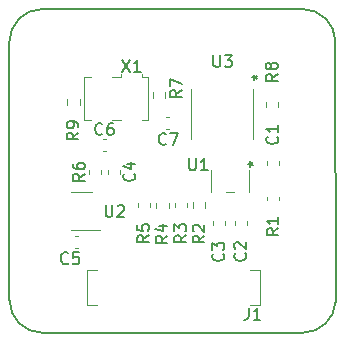
<source format=gbr>
%TF.GenerationSoftware,KiCad,Pcbnew,5.1.12-84ad8e8a86~92~ubuntu18.04.1*%
%TF.CreationDate,2024-08-09T12:32:27+07:00*%
%TF.ProjectId,framos_FSM_IMX_2LANE_Jetson_Adapter,6672616d-6f73-45f4-9653-4d5f494d585f,rev?*%
%TF.SameCoordinates,Original*%
%TF.FileFunction,Legend,Top*%
%TF.FilePolarity,Positive*%
%FSLAX46Y46*%
G04 Gerber Fmt 4.6, Leading zero omitted, Abs format (unit mm)*
G04 Created by KiCad (PCBNEW 5.1.12-84ad8e8a86~92~ubuntu18.04.1) date 2024-08-09 12:32:27*
%MOMM*%
%LPD*%
G01*
G04 APERTURE LIST*
%TA.AperFunction,Profile*%
%ADD10C,0.200000*%
%TD*%
%ADD11C,0.120000*%
%ADD12C,0.100000*%
%ADD13C,0.150000*%
G04 APERTURE END LIST*
D10*
X136475000Y-52525000D02*
X136493537Y-74564288D01*
X136493537Y-74564288D02*
G75*
G02*
X133725000Y-77150000I-2768537J189288D01*
G01*
X111650000Y-77150000D02*
G75*
G02*
X108875000Y-74375000I0J2775000D01*
G01*
X133700000Y-49750000D02*
G75*
G02*
X136475000Y-52525000I0J-2775000D01*
G01*
X108875000Y-52525000D02*
G75*
G02*
X111650000Y-49750000I2775000J0D01*
G01*
X108875000Y-74375000D02*
X108875000Y-52525000D01*
X133725000Y-77150000D02*
X111650000Y-77150000D01*
X111650000Y-49750000D02*
X133700000Y-49750000D01*
D11*
%TO.C,U1*%
X125973840Y-63350140D02*
X125973840Y-65204340D01*
X127185379Y-65204340D02*
X127911901Y-65204340D01*
X129123440Y-65204340D02*
X129123440Y-63350140D01*
%TO.C,R9*%
X113787660Y-57851578D02*
X113787660Y-57377062D01*
X114832660Y-57851578D02*
X114832660Y-57377062D01*
%TO.C,U3*%
X129522220Y-60728860D02*
X129522220Y-56487060D01*
X124264420Y-56487060D02*
X124264420Y-60728860D01*
%TO.C,C4*%
X117183440Y-63688179D02*
X117183440Y-63362621D01*
X118203440Y-63688179D02*
X118203440Y-63362621D01*
%TO.C,C6*%
X116763581Y-61764640D02*
X117089139Y-61764640D01*
X116763581Y-60744640D02*
X117089139Y-60744640D01*
%TO.C,R6*%
X116648960Y-63362621D02*
X116648960Y-63688179D01*
X115628960Y-63362621D02*
X115628960Y-63688179D01*
%TO.C,R4*%
X122345980Y-66132942D02*
X122345980Y-66607458D01*
X121300980Y-66132942D02*
X121300980Y-66607458D01*
%TO.C,R3*%
X123898120Y-66517739D02*
X123898120Y-66192181D01*
X122878120Y-66517739D02*
X122878120Y-66192181D01*
%TO.C,R8*%
X130612620Y-58078138D02*
X130612620Y-57603622D01*
X131657620Y-58078138D02*
X131657620Y-57603622D01*
%TO.C,R2*%
X124425180Y-66582058D02*
X124425180Y-66107542D01*
X125470180Y-66582058D02*
X125470180Y-66107542D01*
%TO.C,R7*%
X122036100Y-56816222D02*
X122036100Y-57290738D01*
X120991100Y-56816222D02*
X120991100Y-57290738D01*
%TO.C,C7*%
X122140100Y-58870120D02*
X122421260Y-58870120D01*
X122140100Y-59890120D02*
X122421260Y-59890120D01*
D12*
%TO.C,J1*%
X129250000Y-74850000D02*
X130050000Y-74820000D01*
X130050000Y-74820000D02*
X130050000Y-71850000D01*
X130050000Y-71850000D02*
X129250000Y-71880000D01*
X116250000Y-74820000D02*
X115450000Y-74820000D01*
X115450000Y-74820000D02*
X115450000Y-71880000D01*
X115450000Y-71880000D02*
X116250000Y-71880000D01*
D11*
%TO.C,C2*%
X127973360Y-67716281D02*
X127973360Y-68041839D01*
X128993360Y-67716281D02*
X128993360Y-68041839D01*
%TO.C,C1*%
X130670840Y-62926179D02*
X130670840Y-62600621D01*
X131690840Y-62926179D02*
X131690840Y-62600621D01*
%TO.C,C3*%
X126119160Y-67721161D02*
X126119160Y-68046719D01*
X127139160Y-67721161D02*
X127139160Y-68046719D01*
%TO.C,C5*%
X114396301Y-68974240D02*
X114721859Y-68974240D01*
X114396301Y-69994240D02*
X114721859Y-69994240D01*
%TO.C,R1*%
X130670840Y-65633281D02*
X130670840Y-65958839D01*
X131690840Y-65633281D02*
X131690840Y-65958839D01*
%TO.C,R5*%
X119728520Y-66535519D02*
X119728520Y-66209961D01*
X120748520Y-66535519D02*
X120748520Y-66209961D01*
%TO.C,U2*%
X115880720Y-65268200D02*
X114080720Y-65268200D01*
X114080720Y-68488200D02*
X116530720Y-68488200D01*
%TO.C,X1*%
X115752040Y-59127800D02*
X115222040Y-59127800D01*
X115222040Y-59127800D02*
X115222040Y-55527800D01*
X115222040Y-55527800D02*
X115752040Y-55527800D01*
X118292040Y-59127800D02*
X117552040Y-59127800D01*
X120092040Y-55287800D02*
X120092040Y-55527800D01*
X120092040Y-55527800D02*
X120622040Y-55527800D01*
X120622040Y-55527800D02*
X120622040Y-59127800D01*
X120622040Y-59127800D02*
X120092040Y-59127800D01*
X117552040Y-55527800D02*
X118292040Y-55527800D01*
X118292040Y-55527800D02*
X118292040Y-55287800D01*
%TD*%
%TO.C,U1*%
D13*
X124084175Y-62393580D02*
X124084175Y-63203104D01*
X124131794Y-63298342D01*
X124179413Y-63345961D01*
X124274651Y-63393580D01*
X124465127Y-63393580D01*
X124560365Y-63345961D01*
X124607984Y-63298342D01*
X124655603Y-63203104D01*
X124655603Y-62393580D01*
X125655603Y-63393580D02*
X125084175Y-63393580D01*
X125369889Y-63393580D02*
X125369889Y-62393580D01*
X125274651Y-62536438D01*
X125179413Y-62631676D01*
X125084175Y-62679295D01*
X129093980Y-62844680D02*
X129332076Y-62844680D01*
X129236838Y-63082775D02*
X129332076Y-62844680D01*
X129236838Y-62606584D01*
X129522552Y-62987537D02*
X129332076Y-62844680D01*
X129522552Y-62701822D01*
X129093980Y-62839600D02*
X129332076Y-62839600D01*
X129236838Y-63077695D02*
X129332076Y-62839600D01*
X129236838Y-62601504D01*
X129522552Y-62982457D02*
X129332076Y-62839600D01*
X129522552Y-62696742D01*
%TO.C,R9*%
X114721900Y-60212266D02*
X114245710Y-60545600D01*
X114721900Y-60783695D02*
X113721900Y-60783695D01*
X113721900Y-60402742D01*
X113769520Y-60307504D01*
X113817139Y-60259885D01*
X113912377Y-60212266D01*
X114055234Y-60212266D01*
X114150472Y-60259885D01*
X114198091Y-60307504D01*
X114245710Y-60402742D01*
X114245710Y-60783695D01*
X114721900Y-59736076D02*
X114721900Y-59545600D01*
X114674281Y-59450361D01*
X114626662Y-59402742D01*
X114483805Y-59307504D01*
X114293329Y-59259885D01*
X113912377Y-59259885D01*
X113817139Y-59307504D01*
X113769520Y-59355123D01*
X113721900Y-59450361D01*
X113721900Y-59640838D01*
X113769520Y-59736076D01*
X113817139Y-59783695D01*
X113912377Y-59831314D01*
X114150472Y-59831314D01*
X114245710Y-59783695D01*
X114293329Y-59736076D01*
X114340948Y-59640838D01*
X114340948Y-59450361D01*
X114293329Y-59355123D01*
X114245710Y-59307504D01*
X114150472Y-59259885D01*
%TO.C,U3*%
X126151735Y-53661060D02*
X126151735Y-54470584D01*
X126199354Y-54565822D01*
X126246973Y-54613441D01*
X126342211Y-54661060D01*
X126532687Y-54661060D01*
X126627925Y-54613441D01*
X126675544Y-54565822D01*
X126723163Y-54470584D01*
X126723163Y-53661060D01*
X127104116Y-53661060D02*
X127723163Y-53661060D01*
X127389830Y-54042013D01*
X127532687Y-54042013D01*
X127627925Y-54089632D01*
X127675544Y-54137251D01*
X127723163Y-54232489D01*
X127723163Y-54470584D01*
X127675544Y-54565822D01*
X127627925Y-54613441D01*
X127532687Y-54661060D01*
X127246973Y-54661060D01*
X127151735Y-54613441D01*
X127104116Y-54565822D01*
X129434340Y-55534560D02*
X129672436Y-55534560D01*
X129577198Y-55772655D02*
X129672436Y-55534560D01*
X129577198Y-55296464D01*
X129862912Y-55677417D02*
X129672436Y-55534560D01*
X129862912Y-55391702D01*
X129434340Y-55534560D02*
X129672436Y-55534560D01*
X129577198Y-55772655D02*
X129672436Y-55534560D01*
X129577198Y-55296464D01*
X129862912Y-55677417D02*
X129672436Y-55534560D01*
X129862912Y-55391702D01*
%TO.C,C4*%
X119427262Y-63686986D02*
X119474881Y-63734605D01*
X119522500Y-63877462D01*
X119522500Y-63972700D01*
X119474881Y-64115558D01*
X119379643Y-64210796D01*
X119284405Y-64258415D01*
X119093929Y-64306034D01*
X118951072Y-64306034D01*
X118760596Y-64258415D01*
X118665358Y-64210796D01*
X118570120Y-64115558D01*
X118522500Y-63972700D01*
X118522500Y-63877462D01*
X118570120Y-63734605D01*
X118617739Y-63686986D01*
X118855834Y-62829843D02*
X119522500Y-62829843D01*
X118474881Y-63067939D02*
X119189167Y-63306034D01*
X119189167Y-62686986D01*
%TO.C,C6*%
X116754613Y-60306222D02*
X116706994Y-60353841D01*
X116564137Y-60401460D01*
X116468899Y-60401460D01*
X116326041Y-60353841D01*
X116230803Y-60258603D01*
X116183184Y-60163365D01*
X116135565Y-59972889D01*
X116135565Y-59830032D01*
X116183184Y-59639556D01*
X116230803Y-59544318D01*
X116326041Y-59449080D01*
X116468899Y-59401460D01*
X116564137Y-59401460D01*
X116706994Y-59449080D01*
X116754613Y-59496699D01*
X117611756Y-59401460D02*
X117421280Y-59401460D01*
X117326041Y-59449080D01*
X117278422Y-59496699D01*
X117183184Y-59639556D01*
X117135565Y-59830032D01*
X117135565Y-60210984D01*
X117183184Y-60306222D01*
X117230803Y-60353841D01*
X117326041Y-60401460D01*
X117516518Y-60401460D01*
X117611756Y-60353841D01*
X117659375Y-60306222D01*
X117706994Y-60210984D01*
X117706994Y-59972889D01*
X117659375Y-59877651D01*
X117611756Y-59830032D01*
X117516518Y-59782413D01*
X117326041Y-59782413D01*
X117230803Y-59830032D01*
X117183184Y-59877651D01*
X117135565Y-59972889D01*
%TO.C,R6*%
X115245140Y-63697146D02*
X114768950Y-64030480D01*
X115245140Y-64268575D02*
X114245140Y-64268575D01*
X114245140Y-63887622D01*
X114292760Y-63792384D01*
X114340379Y-63744765D01*
X114435617Y-63697146D01*
X114578474Y-63697146D01*
X114673712Y-63744765D01*
X114721331Y-63792384D01*
X114768950Y-63887622D01*
X114768950Y-64268575D01*
X114245140Y-62840003D02*
X114245140Y-63030480D01*
X114292760Y-63125718D01*
X114340379Y-63173337D01*
X114483236Y-63268575D01*
X114673712Y-63316194D01*
X115054664Y-63316194D01*
X115149902Y-63268575D01*
X115197521Y-63220956D01*
X115245140Y-63125718D01*
X115245140Y-62935241D01*
X115197521Y-62840003D01*
X115149902Y-62792384D01*
X115054664Y-62744765D01*
X114816569Y-62744765D01*
X114721331Y-62792384D01*
X114673712Y-62840003D01*
X114626093Y-62935241D01*
X114626093Y-63125718D01*
X114673712Y-63220956D01*
X114721331Y-63268575D01*
X114816569Y-63316194D01*
%TO.C,R4*%
X122247920Y-68960026D02*
X121771730Y-69293360D01*
X122247920Y-69531455D02*
X121247920Y-69531455D01*
X121247920Y-69150502D01*
X121295540Y-69055264D01*
X121343159Y-69007645D01*
X121438397Y-68960026D01*
X121581254Y-68960026D01*
X121676492Y-69007645D01*
X121724111Y-69055264D01*
X121771730Y-69150502D01*
X121771730Y-69531455D01*
X121581254Y-68102883D02*
X122247920Y-68102883D01*
X121200301Y-68340979D02*
X121914587Y-68579074D01*
X121914587Y-67960026D01*
%TO.C,R3*%
X123845580Y-68909226D02*
X123369390Y-69242560D01*
X123845580Y-69480655D02*
X122845580Y-69480655D01*
X122845580Y-69099702D01*
X122893200Y-69004464D01*
X122940819Y-68956845D01*
X123036057Y-68909226D01*
X123178914Y-68909226D01*
X123274152Y-68956845D01*
X123321771Y-69004464D01*
X123369390Y-69099702D01*
X123369390Y-69480655D01*
X122845580Y-68575893D02*
X122845580Y-67956845D01*
X123226533Y-68290179D01*
X123226533Y-68147321D01*
X123274152Y-68052083D01*
X123321771Y-68004464D01*
X123417009Y-67956845D01*
X123655104Y-67956845D01*
X123750342Y-68004464D01*
X123797961Y-68052083D01*
X123845580Y-68147321D01*
X123845580Y-68433036D01*
X123797961Y-68528274D01*
X123750342Y-68575893D01*
%TO.C,R8*%
X131577340Y-55249106D02*
X131101150Y-55582440D01*
X131577340Y-55820535D02*
X130577340Y-55820535D01*
X130577340Y-55439582D01*
X130624960Y-55344344D01*
X130672579Y-55296725D01*
X130767817Y-55249106D01*
X130910674Y-55249106D01*
X131005912Y-55296725D01*
X131053531Y-55344344D01*
X131101150Y-55439582D01*
X131101150Y-55820535D01*
X131005912Y-54677678D02*
X130958293Y-54772916D01*
X130910674Y-54820535D01*
X130815436Y-54868154D01*
X130767817Y-54868154D01*
X130672579Y-54820535D01*
X130624960Y-54772916D01*
X130577340Y-54677678D01*
X130577340Y-54487201D01*
X130624960Y-54391963D01*
X130672579Y-54344344D01*
X130767817Y-54296725D01*
X130815436Y-54296725D01*
X130910674Y-54344344D01*
X130958293Y-54391963D01*
X131005912Y-54487201D01*
X131005912Y-54677678D01*
X131053531Y-54772916D01*
X131101150Y-54820535D01*
X131196388Y-54868154D01*
X131386864Y-54868154D01*
X131482102Y-54820535D01*
X131529721Y-54772916D01*
X131577340Y-54677678D01*
X131577340Y-54487201D01*
X131529721Y-54391963D01*
X131482102Y-54344344D01*
X131386864Y-54296725D01*
X131196388Y-54296725D01*
X131101150Y-54344344D01*
X131053531Y-54391963D01*
X131005912Y-54487201D01*
%TO.C,R2*%
X125389900Y-68944786D02*
X124913710Y-69278120D01*
X125389900Y-69516215D02*
X124389900Y-69516215D01*
X124389900Y-69135262D01*
X124437520Y-69040024D01*
X124485139Y-68992405D01*
X124580377Y-68944786D01*
X124723234Y-68944786D01*
X124818472Y-68992405D01*
X124866091Y-69040024D01*
X124913710Y-69135262D01*
X124913710Y-69516215D01*
X124485139Y-68563834D02*
X124437520Y-68516215D01*
X124389900Y-68420977D01*
X124389900Y-68182881D01*
X124437520Y-68087643D01*
X124485139Y-68040024D01*
X124580377Y-67992405D01*
X124675615Y-67992405D01*
X124818472Y-68040024D01*
X125389900Y-68611453D01*
X125389900Y-67992405D01*
%TO.C,R7*%
X123459500Y-56635946D02*
X122983310Y-56969280D01*
X123459500Y-57207375D02*
X122459500Y-57207375D01*
X122459500Y-56826422D01*
X122507120Y-56731184D01*
X122554739Y-56683565D01*
X122649977Y-56635946D01*
X122792834Y-56635946D01*
X122888072Y-56683565D01*
X122935691Y-56731184D01*
X122983310Y-56826422D01*
X122983310Y-57207375D01*
X122459500Y-56302613D02*
X122459500Y-55635946D01*
X123459500Y-56064518D01*
%TO.C,C7*%
X122124173Y-61154582D02*
X122076554Y-61202201D01*
X121933697Y-61249820D01*
X121838459Y-61249820D01*
X121695601Y-61202201D01*
X121600363Y-61106963D01*
X121552744Y-61011725D01*
X121505125Y-60821249D01*
X121505125Y-60678392D01*
X121552744Y-60487916D01*
X121600363Y-60392678D01*
X121695601Y-60297440D01*
X121838459Y-60249820D01*
X121933697Y-60249820D01*
X122076554Y-60297440D01*
X122124173Y-60345059D01*
X122457506Y-60249820D02*
X123124173Y-60249820D01*
X122695601Y-61249820D01*
%TO.C,J1*%
X129130466Y-75052940D02*
X129130466Y-75767226D01*
X129082847Y-75910083D01*
X128987609Y-76005321D01*
X128844752Y-76052940D01*
X128749514Y-76052940D01*
X130130466Y-76052940D02*
X129559038Y-76052940D01*
X129844752Y-76052940D02*
X129844752Y-75052940D01*
X129749514Y-75195798D01*
X129654276Y-75291036D01*
X129559038Y-75338655D01*
%TO.C,C2*%
X128825262Y-70433226D02*
X128872881Y-70480845D01*
X128920500Y-70623702D01*
X128920500Y-70718940D01*
X128872881Y-70861798D01*
X128777643Y-70957036D01*
X128682405Y-71004655D01*
X128491929Y-71052274D01*
X128349072Y-71052274D01*
X128158596Y-71004655D01*
X128063358Y-70957036D01*
X127968120Y-70861798D01*
X127920500Y-70718940D01*
X127920500Y-70623702D01*
X127968120Y-70480845D01*
X128015739Y-70433226D01*
X128015739Y-70052274D02*
X127968120Y-70004655D01*
X127920500Y-69909417D01*
X127920500Y-69671321D01*
X127968120Y-69576083D01*
X128015739Y-69528464D01*
X128110977Y-69480845D01*
X128206215Y-69480845D01*
X128349072Y-69528464D01*
X128920500Y-70099893D01*
X128920500Y-69480845D01*
%TO.C,C1*%
X131537982Y-60547546D02*
X131585601Y-60595165D01*
X131633220Y-60738022D01*
X131633220Y-60833260D01*
X131585601Y-60976118D01*
X131490363Y-61071356D01*
X131395125Y-61118975D01*
X131204649Y-61166594D01*
X131061792Y-61166594D01*
X130871316Y-61118975D01*
X130776078Y-61071356D01*
X130680840Y-60976118D01*
X130633220Y-60833260D01*
X130633220Y-60738022D01*
X130680840Y-60595165D01*
X130728459Y-60547546D01*
X131633220Y-59595165D02*
X131633220Y-60166594D01*
X131633220Y-59880880D02*
X130633220Y-59880880D01*
X130776078Y-59976118D01*
X130871316Y-60071356D01*
X130918935Y-60166594D01*
%TO.C,C3*%
X126955822Y-70468786D02*
X127003441Y-70516405D01*
X127051060Y-70659262D01*
X127051060Y-70754500D01*
X127003441Y-70897358D01*
X126908203Y-70992596D01*
X126812965Y-71040215D01*
X126622489Y-71087834D01*
X126479632Y-71087834D01*
X126289156Y-71040215D01*
X126193918Y-70992596D01*
X126098680Y-70897358D01*
X126051060Y-70754500D01*
X126051060Y-70659262D01*
X126098680Y-70516405D01*
X126146299Y-70468786D01*
X126051060Y-70135453D02*
X126051060Y-69516405D01*
X126432013Y-69849739D01*
X126432013Y-69706881D01*
X126479632Y-69611643D01*
X126527251Y-69564024D01*
X126622489Y-69516405D01*
X126860584Y-69516405D01*
X126955822Y-69564024D01*
X127003441Y-69611643D01*
X127051060Y-69706881D01*
X127051060Y-69992596D01*
X127003441Y-70087834D01*
X126955822Y-70135453D01*
%TO.C,C5*%
X113848853Y-71248542D02*
X113801234Y-71296161D01*
X113658377Y-71343780D01*
X113563139Y-71343780D01*
X113420281Y-71296161D01*
X113325043Y-71200923D01*
X113277424Y-71105685D01*
X113229805Y-70915209D01*
X113229805Y-70772352D01*
X113277424Y-70581876D01*
X113325043Y-70486638D01*
X113420281Y-70391400D01*
X113563139Y-70343780D01*
X113658377Y-70343780D01*
X113801234Y-70391400D01*
X113848853Y-70439019D01*
X114753615Y-70343780D02*
X114277424Y-70343780D01*
X114229805Y-70819971D01*
X114277424Y-70772352D01*
X114372662Y-70724733D01*
X114610758Y-70724733D01*
X114705996Y-70772352D01*
X114753615Y-70819971D01*
X114801234Y-70915209D01*
X114801234Y-71153304D01*
X114753615Y-71248542D01*
X114705996Y-71296161D01*
X114610758Y-71343780D01*
X114372662Y-71343780D01*
X114277424Y-71296161D01*
X114229805Y-71248542D01*
%TO.C,R1*%
X131653540Y-68329906D02*
X131177350Y-68663240D01*
X131653540Y-68901335D02*
X130653540Y-68901335D01*
X130653540Y-68520382D01*
X130701160Y-68425144D01*
X130748779Y-68377525D01*
X130844017Y-68329906D01*
X130986874Y-68329906D01*
X131082112Y-68377525D01*
X131129731Y-68425144D01*
X131177350Y-68520382D01*
X131177350Y-68901335D01*
X131653540Y-67377525D02*
X131653540Y-67948954D01*
X131653540Y-67663240D02*
X130653540Y-67663240D01*
X130796398Y-67758478D01*
X130891636Y-67853716D01*
X130939255Y-67948954D01*
%TO.C,R5*%
X120690900Y-68919386D02*
X120214710Y-69252720D01*
X120690900Y-69490815D02*
X119690900Y-69490815D01*
X119690900Y-69109862D01*
X119738520Y-69014624D01*
X119786139Y-68967005D01*
X119881377Y-68919386D01*
X120024234Y-68919386D01*
X120119472Y-68967005D01*
X120167091Y-69014624D01*
X120214710Y-69109862D01*
X120214710Y-69490815D01*
X119690900Y-68014624D02*
X119690900Y-68490815D01*
X120167091Y-68538434D01*
X120119472Y-68490815D01*
X120071853Y-68395577D01*
X120071853Y-68157481D01*
X120119472Y-68062243D01*
X120167091Y-68014624D01*
X120262329Y-67967005D01*
X120500424Y-67967005D01*
X120595662Y-68014624D01*
X120643281Y-68062243D01*
X120690900Y-68157481D01*
X120690900Y-68395577D01*
X120643281Y-68490815D01*
X120595662Y-68538434D01*
%TO.C,U2*%
X117028055Y-66355980D02*
X117028055Y-67165504D01*
X117075674Y-67260742D01*
X117123293Y-67308361D01*
X117218531Y-67355980D01*
X117409007Y-67355980D01*
X117504245Y-67308361D01*
X117551864Y-67260742D01*
X117599483Y-67165504D01*
X117599483Y-66355980D01*
X118028055Y-66451219D02*
X118075674Y-66403600D01*
X118170912Y-66355980D01*
X118409007Y-66355980D01*
X118504245Y-66403600D01*
X118551864Y-66451219D01*
X118599483Y-66546457D01*
X118599483Y-66641695D01*
X118551864Y-66784552D01*
X117980436Y-67355980D01*
X118599483Y-67355980D01*
%TO.C,X1*%
X118412996Y-54057300D02*
X119079662Y-55057300D01*
X119079662Y-54057300D02*
X118412996Y-55057300D01*
X119984424Y-55057300D02*
X119412996Y-55057300D01*
X119698710Y-55057300D02*
X119698710Y-54057300D01*
X119603472Y-54200158D01*
X119508234Y-54295396D01*
X119412996Y-54343015D01*
%TD*%
M02*

</source>
